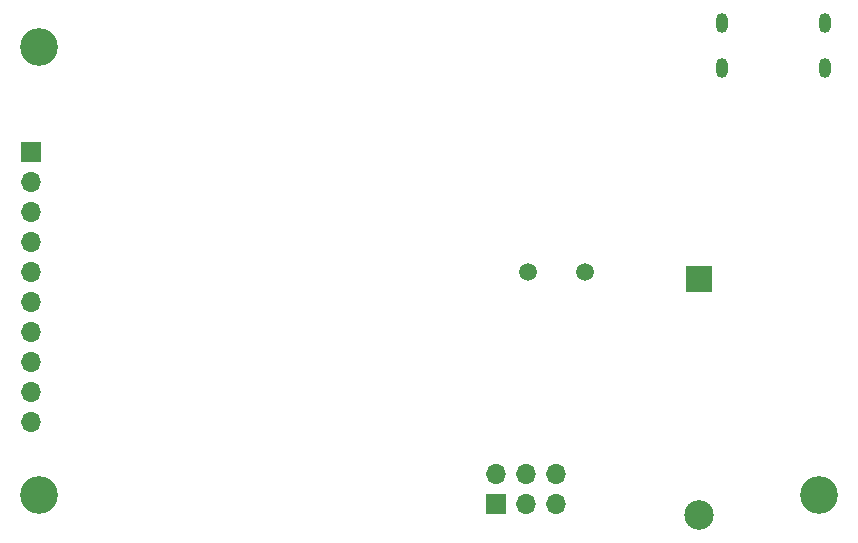
<source format=gbr>
%TF.GenerationSoftware,KiCad,Pcbnew,(6.0.2)*%
%TF.CreationDate,2023-05-20T08:16:15+01:00*%
%TF.ProjectId,Main Board,4d61696e-2042-46f6-9172-642e6b696361,rev?*%
%TF.SameCoordinates,Original*%
%TF.FileFunction,Soldermask,Bot*%
%TF.FilePolarity,Negative*%
%FSLAX46Y46*%
G04 Gerber Fmt 4.6, Leading zero omitted, Abs format (unit mm)*
G04 Created by KiCad (PCBNEW (6.0.2)) date 2023-05-20 08:16:15*
%MOMM*%
%LPD*%
G01*
G04 APERTURE LIST*
%ADD10C,3.200000*%
%ADD11O,1.000000X1.700000*%
%ADD12R,1.700000X1.700000*%
%ADD13O,1.700000X1.700000*%
%ADD14C,1.500000*%
%ADD15R,2.170000X2.170000*%
%ADD16C,2.500000*%
G04 APERTURE END LIST*
D10*
%TO.C,H3*%
X117000000Y-112000000D03*
%TD*%
D11*
%TO.C,U1*%
X174837233Y-75772233D03*
X183477233Y-75772233D03*
X174837233Y-71972233D03*
X183477233Y-71972233D03*
%TD*%
D10*
%TO.C,H1*%
X117000000Y-74000000D03*
%TD*%
%TO.C,H2*%
X183000000Y-112000000D03*
%TD*%
D12*
%TO.C,J2*%
X155682233Y-112727233D03*
D13*
X155682233Y-110187233D03*
X158222233Y-112727233D03*
X158222233Y-110187233D03*
X160762233Y-112727233D03*
X160762233Y-110187233D03*
%TD*%
D14*
%TO.C,Y1*%
X163212233Y-93042233D03*
X158332233Y-93042233D03*
%TD*%
D12*
%TO.C,J3*%
X116312233Y-82882233D03*
D13*
X116312233Y-85422233D03*
X116312233Y-87962233D03*
X116312233Y-90502233D03*
X116312233Y-93042233D03*
X116312233Y-95582233D03*
X116312233Y-98122233D03*
X116312233Y-100662233D03*
X116312233Y-103202233D03*
X116312233Y-105742233D03*
%TD*%
D15*
%TO.C,BAT1*%
X172827233Y-93677233D03*
D16*
X172827233Y-113677233D03*
%TD*%
M02*

</source>
